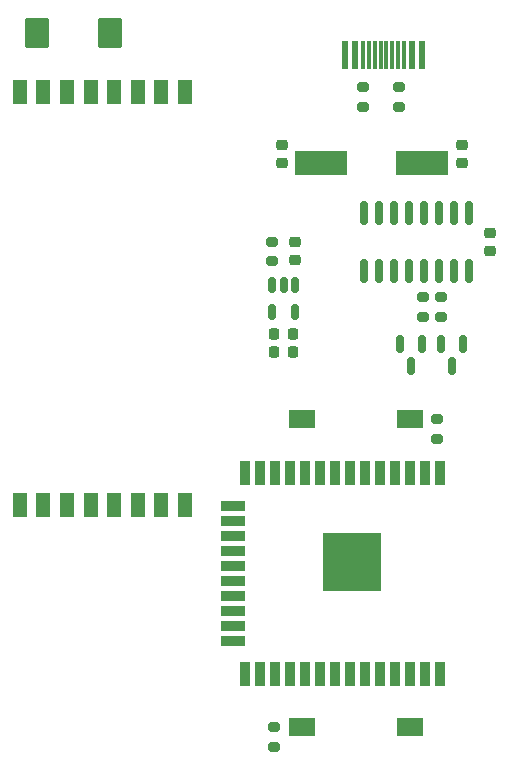
<source format=gtp>
G04 #@! TF.GenerationSoftware,KiCad,Pcbnew,6.0.9-1.fc36*
G04 #@! TF.CreationDate,2022-11-14T14:18:14-03:00*
G04 #@! TF.ProjectId,bs_transceiver,62735f74-7261-46e7-9363-65697665722e,Rev 2*
G04 #@! TF.SameCoordinates,Original*
G04 #@! TF.FileFunction,Paste,Top*
G04 #@! TF.FilePolarity,Positive*
%FSLAX46Y46*%
G04 Gerber Fmt 4.6, Leading zero omitted, Abs format (unit mm)*
G04 Created by KiCad (PCBNEW 6.0.9-1.fc36) date 2022-11-14 14:18:14*
%MOMM*%
%LPD*%
G01*
G04 APERTURE LIST*
G04 Aperture macros list*
%AMRoundRect*
0 Rectangle with rounded corners*
0 $1 Rounding radius*
0 $2 $3 $4 $5 $6 $7 $8 $9 X,Y pos of 4 corners*
0 Add a 4 corners polygon primitive as box body*
4,1,4,$2,$3,$4,$5,$6,$7,$8,$9,$2,$3,0*
0 Add four circle primitives for the rounded corners*
1,1,$1+$1,$2,$3*
1,1,$1+$1,$4,$5*
1,1,$1+$1,$6,$7*
1,1,$1+$1,$8,$9*
0 Add four rect primitives between the rounded corners*
20,1,$1+$1,$2,$3,$4,$5,0*
20,1,$1+$1,$4,$5,$6,$7,0*
20,1,$1+$1,$6,$7,$8,$9,0*
20,1,$1+$1,$8,$9,$2,$3,0*%
G04 Aperture macros list end*
%ADD10RoundRect,0.150000X-0.150000X0.587500X-0.150000X-0.587500X0.150000X-0.587500X0.150000X0.587500X0*%
%ADD11RoundRect,0.225000X-0.250000X0.225000X-0.250000X-0.225000X0.250000X-0.225000X0.250000X0.225000X0*%
%ADD12R,0.900000X2.000000*%
%ADD13R,2.000000X0.900000*%
%ADD14R,5.000000X5.000000*%
%ADD15R,2.180000X1.600000*%
%ADD16RoundRect,0.225000X0.250000X-0.225000X0.250000X0.225000X-0.250000X0.225000X-0.250000X-0.225000X0*%
%ADD17R,4.500000X2.000000*%
%ADD18RoundRect,0.200000X0.275000X-0.200000X0.275000X0.200000X-0.275000X0.200000X-0.275000X-0.200000X0*%
%ADD19RoundRect,0.225000X0.225000X0.250000X-0.225000X0.250000X-0.225000X-0.250000X0.225000X-0.250000X0*%
%ADD20RoundRect,0.200000X-0.275000X0.200000X-0.275000X-0.200000X0.275000X-0.200000X0.275000X0.200000X0*%
%ADD21RoundRect,0.150000X-0.150000X0.825000X-0.150000X-0.825000X0.150000X-0.825000X0.150000X0.825000X0*%
%ADD22R,1.300000X2.000000*%
%ADD23RoundRect,0.250000X0.787500X1.025000X-0.787500X1.025000X-0.787500X-1.025000X0.787500X-1.025000X0*%
%ADD24RoundRect,0.150000X-0.150000X0.512500X-0.150000X-0.512500X0.150000X-0.512500X0.150000X0.512500X0*%
%ADD25R,0.600000X2.450000*%
%ADD26R,0.300000X2.450000*%
G04 APERTURE END LIST*
D10*
X44587200Y-31701500D03*
X42687200Y-31701500D03*
X43637200Y-33576500D03*
D11*
X46837600Y-22313600D03*
X46837600Y-23863600D03*
D12*
X42646600Y-42681000D03*
X41376600Y-42681000D03*
X40106600Y-42681000D03*
X38836600Y-42681000D03*
X37566600Y-42681000D03*
X36296600Y-42681000D03*
X35026600Y-42681000D03*
X33756600Y-42681000D03*
X32486600Y-42681000D03*
X31216600Y-42681000D03*
X29946600Y-42681000D03*
X28676600Y-42681000D03*
X27406600Y-42681000D03*
X26136600Y-42681000D03*
D13*
X25136600Y-45466000D03*
X25136600Y-46736000D03*
X25136600Y-48006000D03*
X25136600Y-49276000D03*
X25136600Y-50546000D03*
X25136600Y-51816000D03*
X25136600Y-53086000D03*
X25136600Y-54356000D03*
X25136600Y-55626000D03*
X25136600Y-56896000D03*
D12*
X26136600Y-59681000D03*
X27406600Y-59681000D03*
X28676600Y-59681000D03*
X29946600Y-59681000D03*
X31216600Y-59681000D03*
X32486600Y-59681000D03*
X33756600Y-59681000D03*
X35026600Y-59681000D03*
X36296600Y-59681000D03*
X37566600Y-59681000D03*
X38836600Y-59681000D03*
X40106600Y-59681000D03*
X41376600Y-59681000D03*
X42646600Y-59681000D03*
D14*
X35146600Y-50181000D03*
D15*
X30911400Y-64185800D03*
X40091400Y-64185800D03*
D16*
X29210000Y-16421400D03*
X29210000Y-14871400D03*
D17*
X41080000Y-16433800D03*
X32580000Y-16433800D03*
D18*
X28592600Y-65835800D03*
X28592600Y-64185800D03*
D19*
X30162800Y-30835600D03*
X28612800Y-30835600D03*
D11*
X44450000Y-14871400D03*
X44450000Y-16421400D03*
D15*
X40091400Y-38074600D03*
X30911400Y-38074600D03*
D20*
X42672000Y-27750000D03*
X42672000Y-29400000D03*
X28422600Y-23051000D03*
X28422600Y-24701000D03*
X41148000Y-27750000D03*
X41148000Y-29400000D03*
X39116000Y-9995400D03*
X39116000Y-11645400D03*
D21*
X45085000Y-20600600D03*
X43815000Y-20600600D03*
X42545000Y-20600600D03*
X41275000Y-20600600D03*
X40005000Y-20600600D03*
X38735000Y-20600600D03*
X37465000Y-20600600D03*
X36195000Y-20600600D03*
X36195000Y-25550600D03*
X37465000Y-25550600D03*
X38735000Y-25550600D03*
X40005000Y-25550600D03*
X41275000Y-25550600D03*
X42545000Y-25550600D03*
X43815000Y-25550600D03*
X45085000Y-25550600D03*
D10*
X41107400Y-31699200D03*
X39207400Y-31699200D03*
X40157400Y-33574200D03*
D22*
X21046200Y-10389200D03*
X19046200Y-10389200D03*
X17046200Y-10389200D03*
X15046200Y-10389200D03*
X13046200Y-10389200D03*
X11046200Y-10389200D03*
X9046200Y-10389200D03*
X7046200Y-10389200D03*
X7046200Y-45389200D03*
X9046200Y-45389200D03*
X11046200Y-45389200D03*
X13046200Y-45389200D03*
X15046200Y-45389200D03*
X17046200Y-45389200D03*
X19046200Y-45389200D03*
X21046200Y-45389200D03*
D23*
X14720300Y-5410200D03*
X8495300Y-5410200D03*
D18*
X42359400Y-39763200D03*
X42359400Y-38113200D03*
D24*
X30337800Y-26751700D03*
X29387800Y-26751700D03*
X28437800Y-26751700D03*
X28437800Y-29026700D03*
X30337800Y-29026700D03*
D16*
X30353000Y-24651000D03*
X30353000Y-23101000D03*
D20*
X36093400Y-9995400D03*
X36093400Y-11645400D03*
D25*
X41071000Y-7216800D03*
X40296000Y-7216800D03*
D26*
X39596000Y-7216800D03*
X39096000Y-7216800D03*
X38596000Y-7216800D03*
X38096000Y-7216800D03*
X37596000Y-7216800D03*
X37096000Y-7216800D03*
X36596000Y-7216800D03*
X36096000Y-7216800D03*
D25*
X35396000Y-7216800D03*
X34621000Y-7216800D03*
D19*
X30162800Y-32359600D03*
X28612800Y-32359600D03*
M02*

</source>
